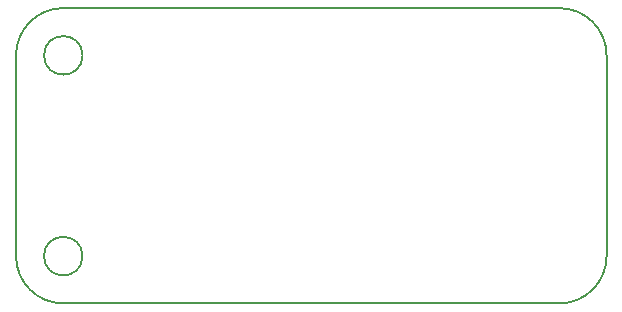
<source format=gm1>
G04 #@! TF.GenerationSoftware,KiCad,Pcbnew,(5.1.4-0-10_14)*
G04 #@! TF.CreationDate,2020-01-14T22:25:27-05:00*
G04 #@! TF.ProjectId,IMD_LATCH,494d445f-4c41-4544-9348-2e6b69636164,1*
G04 #@! TF.SameCoordinates,Original*
G04 #@! TF.FileFunction,Profile,NP*
%FSLAX46Y46*%
G04 Gerber Fmt 4.6, Leading zero omitted, Abs format (unit mm)*
G04 Created by KiCad (PCBNEW (5.1.4-0-10_14)) date 2020-01-14 22:25:27*
%MOMM*%
%LPD*%
G04 APERTURE LIST*
%ADD10C,0.200000*%
G04 APERTURE END LIST*
D10*
X120999250Y-111277400D02*
G75*
G03X120999250Y-111277400I-1631950J0D01*
G01*
X161367300Y-107277400D02*
G75*
G02X165367300Y-111277400I0J-4000000D01*
G01*
X165367300Y-111277400D02*
X165367300Y-128277400D01*
X115367300Y-111277400D02*
G75*
G02X119367300Y-107277400I4000000J0D01*
G01*
X165367300Y-128277400D02*
G75*
G02X161367300Y-132277400I-4000000J0D01*
G01*
X119367300Y-107277400D02*
X161367300Y-107277400D01*
X119367300Y-132277400D02*
G75*
G02X115367300Y-128277400I0J4000000D01*
G01*
X115367300Y-111277400D02*
X115367300Y-128277400D01*
X119367300Y-132277400D02*
X161367300Y-132277400D01*
X120999250Y-128277400D02*
G75*
G03X120999250Y-128277400I-1631950J0D01*
G01*
M02*

</source>
